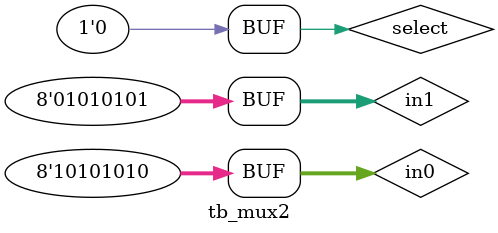
<source format=v>
`timescale 1ns / 1ps


module tb_mux2;

	// Inputs
	reg [7:0] in0;
	reg [7:0] in1;
	reg select;

	// Outputs
	wire [7:0] out;

	// Instantiate the Unit Under Test (UUT)
	mux2 uut (
		.in0(in0), 
		.in1(in1), 
		.select(select), 
		.out(out)
	);

	initial begin
		// Initialize Inputs
		in0 = 0;
		in1 = 0;
		select = 0;
        in0 = 8'hAA;
        in1 = 8'h55;

		// Wait 100 ns for global reset to finish
		#100;
        select = 1;
        #100;
        select = 0;
        #100;
        select = 1;
        #100;
        select = 0;
        
		// Add stimulus here

	end
      
endmodule


</source>
